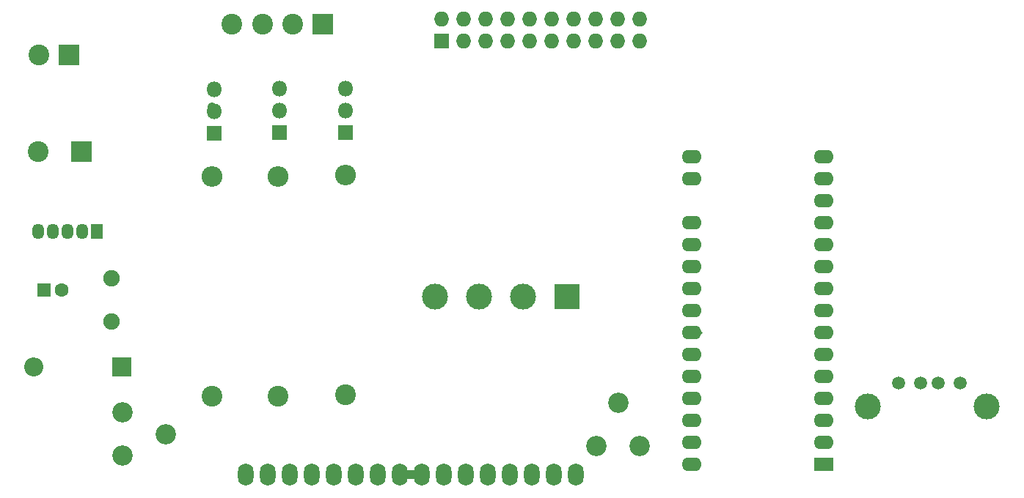
<source format=gbr>
G04 #@! TF.FileFunction,Copper,L1,Top,Mixed*
%FSLAX46Y46*%
G04 Gerber Fmt 4.6, Leading zero omitted, Abs format (unit mm)*
G04 Created by KiCad (PCBNEW 4.0.5) date 06/13/17 16:15:45*
%MOMM*%
%LPD*%
G01*
G04 APERTURE LIST*
%ADD10C,0.100000*%
%ADD11R,2.200000X2.200000*%
%ADD12O,2.200000X2.200000*%
%ADD13C,2.340000*%
%ADD14R,2.286000X1.574800*%
%ADD15O,2.286000X1.574800*%
%ADD16O,1.800000X2.600000*%
%ADD17R,1.727200X1.727200*%
%ADD18O,1.727200X1.727200*%
%ADD19R,2.400000X2.400000*%
%ADD20C,2.400000*%
%ADD21R,1.600000X1.600000*%
%ADD22C,1.600000*%
%ADD23C,1.899920*%
%ADD24C,1.500000*%
%ADD25C,3.000000*%
%ADD26R,3.000000X3.000000*%
%ADD27R,1.800000X1.800000*%
%ADD28O,1.800000X1.800000*%
%ADD29O,2.400000X2.400000*%
%ADD30R,1.350000X1.800000*%
%ADD31O,1.350000X1.800000*%
%ADD32C,1.000000*%
%ADD33C,0.250000*%
G04 APERTURE END LIST*
D10*
D11*
X30353000Y-65836800D03*
D12*
X20193000Y-65836800D03*
D13*
X30382200Y-71109200D03*
X35382200Y-73609200D03*
X30382200Y-76109200D03*
D14*
X111328200Y-77063600D03*
D15*
X111328200Y-74523600D03*
X111328200Y-71983600D03*
X111328200Y-69443600D03*
X111328200Y-66903600D03*
X111328200Y-64363600D03*
X111328200Y-61823600D03*
X111328200Y-59283600D03*
X111328200Y-56743600D03*
X111328200Y-54203600D03*
X111328200Y-51663600D03*
X111328200Y-49123600D03*
X111328200Y-46583600D03*
X111328200Y-44043600D03*
X111328200Y-41503600D03*
X96088200Y-41503600D03*
X96088200Y-44043600D03*
X96088200Y-49123600D03*
X96088200Y-51663600D03*
X96088200Y-54203600D03*
X96088200Y-56743600D03*
X96088200Y-59283600D03*
X96088200Y-61823600D03*
X96088200Y-64363600D03*
X96088200Y-66903600D03*
X96088200Y-69443600D03*
X96088200Y-71983600D03*
X96088200Y-74523600D03*
X96088200Y-77063600D03*
D16*
X82753200Y-78308200D03*
X80213200Y-78308200D03*
X77673200Y-78308200D03*
X75133200Y-78308200D03*
X72593200Y-78308200D03*
X70053200Y-78308200D03*
X67513200Y-78308200D03*
X64973200Y-78308200D03*
X62433200Y-78308200D03*
X59893200Y-78308200D03*
X57353200Y-78308200D03*
X54813200Y-78308200D03*
X52273200Y-78308200D03*
X49733200Y-78308200D03*
X47193200Y-78308200D03*
X44653200Y-78308200D03*
D17*
X67284600Y-28168600D03*
D18*
X67284600Y-25628600D03*
X69824600Y-28168600D03*
X69824600Y-25628600D03*
X72364600Y-28168600D03*
X72364600Y-25628600D03*
X74904600Y-28168600D03*
X74904600Y-25628600D03*
X77444600Y-28168600D03*
X77444600Y-25628600D03*
X79984600Y-28168600D03*
X79984600Y-25628600D03*
X82524600Y-28168600D03*
X82524600Y-25628600D03*
X85064600Y-28168600D03*
X85064600Y-25628600D03*
X87604600Y-28168600D03*
X87604600Y-25628600D03*
X90144600Y-28168600D03*
X90144600Y-25628600D03*
D19*
X25679400Y-40944800D03*
D20*
X20679400Y-40944800D03*
D21*
X21361400Y-56896000D03*
D22*
X23361400Y-56896000D03*
D20*
X20731600Y-29794200D03*
D19*
X24231600Y-29794200D03*
D20*
X46568600Y-26212800D03*
X43068600Y-26212800D03*
X50068600Y-26212800D03*
D19*
X53568600Y-26212800D03*
D23*
X29133800Y-55565040D03*
X29133800Y-60563760D03*
D24*
X127099600Y-67691000D03*
X124559600Y-67691000D03*
X122529600Y-67691000D03*
X119989600Y-67691000D03*
D25*
X130149600Y-70361000D03*
X116429600Y-70361000D03*
X76657200Y-57658000D03*
X71577200Y-57658000D03*
D26*
X81737200Y-57658000D03*
D25*
X66497200Y-57658000D03*
D27*
X56184800Y-38735000D03*
D28*
X56184800Y-36195000D03*
X56184800Y-33655000D03*
D27*
X48564800Y-38709600D03*
D28*
X48564800Y-36169600D03*
X48564800Y-33629600D03*
D27*
X41021000Y-38811200D03*
D28*
X41021000Y-36271200D03*
X41021000Y-33731200D03*
D20*
X56184800Y-69011800D03*
D29*
X56184800Y-43611800D03*
D20*
X48336200Y-69189600D03*
D29*
X48336200Y-43789600D03*
D20*
X40741600Y-69189600D03*
D29*
X40741600Y-43789600D03*
D13*
X85144600Y-75006200D03*
X87644600Y-70006200D03*
X90144600Y-75006200D03*
D30*
X27457400Y-50190400D03*
D31*
X25757400Y-50190400D03*
X24057400Y-50190400D03*
X22357400Y-50190400D03*
X20657400Y-50190400D03*
D32*
X24231600Y-29794200D02*
X24841200Y-29794200D01*
X41122600Y-36169600D02*
X40741600Y-35788600D01*
X48463200Y-36271200D02*
X48539400Y-36195000D01*
X64333200Y-78308200D02*
X62433200Y-78308200D01*
X20731600Y-40892600D02*
X20657400Y-40966800D01*
D33*
X30353000Y-65836800D02*
X30353000Y-65557400D01*
X80213200Y-78282971D02*
X80213200Y-78308200D01*
X96088200Y-61823600D02*
X97256600Y-61823600D01*
X96088200Y-56743600D02*
X96088200Y-56997600D01*
X96088200Y-54203600D02*
X96088200Y-54483000D01*
X96088200Y-51663600D02*
X96088200Y-51892200D01*
X111328200Y-74523600D02*
X110972600Y-74523600D01*
X111328200Y-71983600D02*
X111328200Y-71372385D01*
X111328200Y-69443600D02*
X110972600Y-69443600D01*
X110972600Y-66903600D02*
X111328200Y-66903600D01*
X111328200Y-56743600D02*
X110972600Y-56743600D01*
X111328200Y-54203600D02*
X111328200Y-53592385D01*
X111328200Y-51663600D02*
X110972600Y-51663600D01*
X110972600Y-46583600D02*
X111328200Y-46583600D01*
M02*

</source>
